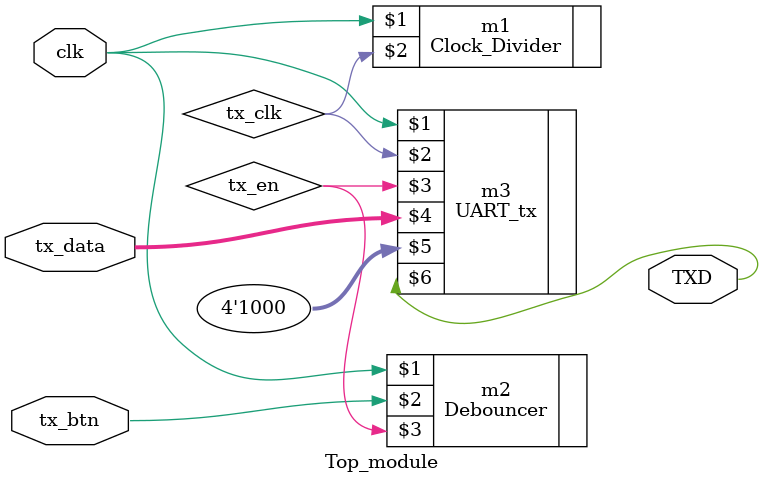
<source format=v>
`timescale 1ns / 1ps

module Top_module(
input clk,
input [7:0] tx_data,
input tx_btn,
output TXD
    );
    
    wire tx_clk, tx_en;
    
    Clock_Divider #(2603) m1 (clk, tx_clk);
    Debouncer m2 (clk, tx_btn, tx_en);
    UART_tx m3 (clk, tx_clk, tx_en, tx_data, 4'd8, TXD);
    
endmodule
</source>
